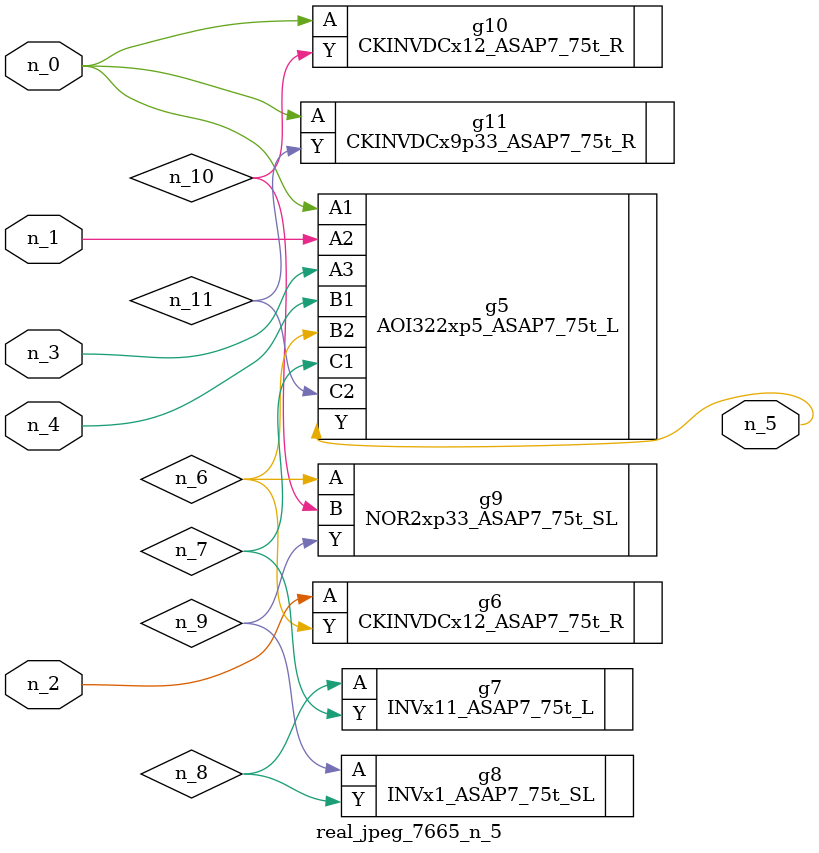
<source format=v>
module real_jpeg_7665_n_5 (n_4, n_0, n_1, n_2, n_3, n_5);

input n_4;
input n_0;
input n_1;
input n_2;
input n_3;

output n_5;

wire n_8;
wire n_11;
wire n_6;
wire n_7;
wire n_10;
wire n_9;

AOI322xp5_ASAP7_75t_L g5 ( 
.A1(n_0),
.A2(n_1),
.A3(n_3),
.B1(n_4),
.B2(n_6),
.C1(n_7),
.C2(n_11),
.Y(n_5)
);

CKINVDCx12_ASAP7_75t_R g10 ( 
.A(n_0),
.Y(n_10)
);

CKINVDCx9p33_ASAP7_75t_R g11 ( 
.A(n_0),
.Y(n_11)
);

CKINVDCx12_ASAP7_75t_R g6 ( 
.A(n_2),
.Y(n_6)
);

NOR2xp33_ASAP7_75t_SL g9 ( 
.A(n_6),
.B(n_10),
.Y(n_9)
);

INVx11_ASAP7_75t_L g7 ( 
.A(n_8),
.Y(n_7)
);

INVx1_ASAP7_75t_SL g8 ( 
.A(n_9),
.Y(n_8)
);


endmodule
</source>
